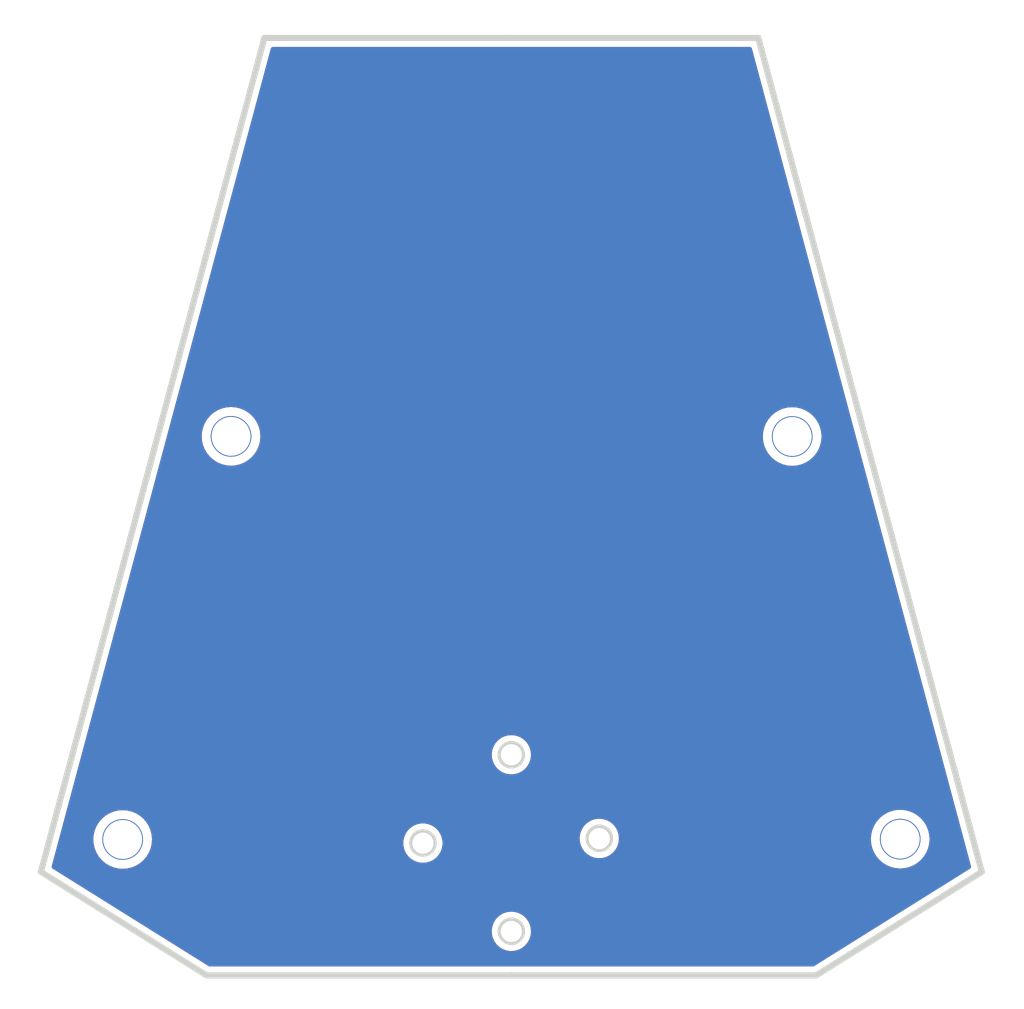
<source format=kicad_pcb>
(kicad_pcb (version 20211014) (generator pcbnew)
  (layers (0 "F.Cu" signal) (31 "B.Cu" signal) (34 "B.Paste" user) (35 "F.Paste" user) (36 "B.SilkS" user "B.Silkscreen") (37 "F.SilkS" user "F.Silkscreen") (38 "B.Mask" user) (39 "F.Mask" user) (44 "Edge.Cuts" user))
  (net 0 "")
  (net 1 "GND")
  (footprint "nowt_parts:led_hole_1.2mm" (layer "F.Cu") (at 42.7 56.22)
    (fp_text reference "Ref**" hide)
    (fp_text value "Val**" hide)
    (pad "" np_thru_hole circle (at 0 0) (size 1.2 1.2) (drill 1.2) (layers F&B.Cu *.Mask))
  )
  (footprint "nowt_parts:MountingHole_2.2mm_M2_Pad_mods" (layer "F.Cu") (at 58.61 38.19)
    (fp_text reference "REF**" hide)
    (fp_text value "pad")
    (pad "1" thru_hole circle (at 0 0) (size 2.3 2.3) (drill 2.2) (layers *.Cu *.Mask))
  )
  (footprint "nowt_parts:led_hole_1.2mm" (layer "F.Cu") (at 37.69 61.23)
    (fp_text reference "Ref**" hide)
    (fp_text value "Val**" hide)
    (pad "" np_thru_hole circle (at 0 0) (size 1.2 1.2) (drill 1.2) (layers F&B.Cu *.Mask))
  )
  (footprint "nowt_parts:led_hole_1.2mm" (layer "F.Cu") (at 42.7 66.23)
    (fp_text reference "Ref**" hide)
    (fp_text value "Val**" hide)
    (pad "" np_thru_hole circle (at 0 0) (size 1.2 1.2) (drill 1.2) (layers F&B.Cu *.Mask))
  )
  (footprint "nowt_parts:MountingHole_2.2mm_M2_Pad_mods" (layer "F.Cu") (at 26.82 38.18)
    (fp_text reference "REF**" hide)
    (fp_text value "pad")
    (pad "1" thru_hole circle (at 0 0) (size 2.3 2.3) (drill 2.2) (layers *.Cu *.Mask))
  )
  (footprint "nowt_parts:MountingHole_2.2mm_M2_Pad_mods" (layer "F.Cu") (at 20.68 61.02)
    (fp_text reference "REF**" hide)
    (fp_text value "pad")
    (pad "1" thru_hole circle (at 0 0) (size 2.3 2.3) (drill 2.2) (layers *.Cu *.Mask))
  )
  (footprint "nowt_parts:led_hole_1.2mm" (layer "F.Cu") (at 47.68 60.97)
    (fp_text reference "Ref**" hide)
    (fp_text value "Val**" hide)
    (pad "" np_thru_hole circle (at 0 0) (size 1.2 1.2) (drill 1.2) (layers F&B.Cu *.Mask))
  )
  (footprint "nowt_parts:MountingHole_2.2mm_M2_Pad_mods" (layer "F.Cu") (at 64.73 61)
    (fp_text reference "REF**" hide)
    (fp_text value "pad")
    (pad "1" thru_hole circle (at 0 0) (size 2.3 2.3) (drill 2.2) (layers *.Cu *.Mask))
  )
  (gr_line (start 47.833257 61.536414) (end 47.86173 61.528329) (layer "Edge.Cuts") (width 0.349999))
  (gr_line (start 47.083309 60.955305) (end 47.083309 60.955305) (layer "Edge.Cuts") (width 0.349999))
  (gr_line (start 42.172291 66.505146) (end 42.186739 66.530273) (layer "Edge.Cuts") (width 0.349999))
  (gr_line (start 43.124139 55.794906) (end 43.103302 55.775039) (layer "Edge.Cuts") (width 0.349999))
  (gr_line (start 42.118764 56.06922) (end 42.112064 56.098248) (layer "Edge.Cuts") (width 0.349999))
  (gr_line (start 37.227286 60.837507) (end 37.209474 60.860173) (layer "Edge.Cuts") (width 0.349999))
  (gr_line (start 42.638528 66.816053) (end 42.668999 66.81837) (layer "Edge.Cuts") (width 0.349999))
  (gr_line (start 38.001397 61.732294) (end 38.025741 61.716688) (layer "Edge.Cuts") (width 0.349999))
  (gr_line (start 38.187805 60.883697) (end 38.171077 60.860173) (layer "Edge.Cuts") (width 0.349999))
  (gr_line (start 48.246902 60.749007) (end 48.236159 60.72176) (layer "Edge.Cuts") (width 0.349999))
  (gr_line (start 42.147026 56.452713) (end 42.159041 56.479291) (layer "Edge.Cuts") (width 0.349999))
  (gr_line (start 48.018774 61.452833) (end 48.042298 61.436105) (layer "Edge.Cuts") (width 0.349999))
  (gr_line (start 38.263301 61.04074) (end 38.253868 61.012862) (layer "Edge.Cuts") (width 0.349999))
  (gr_line (start 47.533359 61.536414) (end 47.562387 61.543114) (layer "Edge.Cuts") (width 0.349999))
  (gr_line (start 43.287685 66.098233) (end 43.280986 66.069205) (layer "Edge.Cuts") (width 0.349999))
  (gr_line (start 43.296778 66.280499) (end 43.299095 66.250028) (layer "Edge.Cuts") (width 0.349999))
  (gr_line (start 43.299875 66.219153) (end 43.299875 66.219153) (layer "Edge.Cuts") (width 0.349999))
  (gr_line (start 47.916855 60.402458) (end 47.889608 60.391715) (layer "Edge.Cuts") (width 0.349999))
  (gr_line (start 43.296778 56.157822) (end 43.292962 56.127795) (layer "Edge.Cuts") (width 0.349999))
  (gr_line (start 42.849824 55.638059) (end 42.820796 55.631359) (layer "Edge.Cuts") (width 0.349999))
  (gr_line (start 43.263467 56.425467) (end 43.272901 56.397588) (layer "Edge.Cuts") (width 0.349999))
  (gr_line (start 42.730751 55.61995) (end 42.699875 55.619169) (layer "Edge.Cuts") (width 0.349999))
  (gr_line (start 47.86173 61.528329) (end 47.889608 61.518896) (layer "Edge.Cuts") (width 0.349999))
  (gr_line (start 42.668999 66.81837) (end 42.699875 66.819151) (layer "Edge.Cuts") (width 0.349999))
  (gr_line (start 43.213011 55.908048) (end 43.197405 55.883704) (layer "Edge.Cuts") (width 0.349999))
  (gr_line (start 37.456729 60.666313) (end 37.430151 60.678329) (layer "Edge.Cuts") (width 0.349999))
  (gr_line (start 38.243125 60.985615) (end 38.231109 60.959037) (layer "Edge.Cuts") (width 0.349999))
  (gr_line (start 47.155726 60.669312) (end 47.142476 60.695182) (layer "Edge.Cuts") (width 0.349999))
  (gr_line (start 48.282529 60.986181) (end 48.28331 60.955305) (layer "Edge.Cuts") (width 0.349999))
  (gr_line (start 37.109165 61.369108) (end 37.11725 61.397581) (layer "Edge.Cuts") (width 0.349999))
  (gr_line (start 43.240709 56.479291) (end 43.252724 56.452713) (layer "Edge.Cuts") (width 0.349999))
  (gr_line (start 42.100655 66.250028) (end 42.102972 66.280499) (layer "Edge.Cuts") (width 0.349999))
  (gr_line (start 48.12744 61.35873) (end 48.146298 61.336959) (layer "Edge.Cuts") (width 0.349999))
  (gr_line (start 42.118764 66.369101) (end 42.126849 66.397573) (layer "Edge.Cuts") (width 0.349999))
  (gr_line (start 37.286849 61.663289) (end 37.30862 61.682147) (layer "Edge.Cuts") (width 0.349999))
  (gr_line (start 37.40428 60.691579) (end 37.379154 60.706026) (layer "Edge.Cuts") (width 0.349999))
  (gr_line (start 47.324319 61.436105) (end 47.347843 61.452833) (layer "Edge.Cuts") (width 0.349999))
  (gr_line (start 43.292962 66.310526) (end 43.296778 66.280499) (layer "Edge.Cuts") (width 0.349999))
  (gr_line (start 37.976271 60.691579) (end 37.9504 60.678329) (layer "Edge.Cuts") (width 0.349999))
  (gr_line (start 47.504887 61.528329) (end 47.533359 61.536414) (layer "Edge.Cuts") (width 0.349999))
  (gr_line (start 42.100655 66.188277) (end 42.099875 66.219153) (layer "Edge.Cuts") (width 0.349999))
  (gr_line (start 43.124139 56.64343) (end 43.144006 56.622592) (layer "Edge.Cuts") (width 0.349999))
  (gr_line (start 42.106788 56.127795) (end 42.102972 56.157822) (layer "Edge.Cuts") (width 0.349999))
  (gr_line (start 38.283362 61.310534) (end 38.287178 61.280506) (layer "Edge.Cuts") (width 0.349999))
  (gr_line (start 37.227286 61.600814) (end 37.246145 61.622585) (layer "Edge.Cuts") (width 0.349999))
  (gr_line (start 43.081531 56.682155) (end 43.103302 56.663297) (layer "Edge.Cuts") (width 0.349999))
  (gr_line (start 43.263467 66.425451) (end 43.272901 66.397573) (layer "Edge.Cuts") (width 0.349999))
  (gr_line (start 37.840225 61.800269) (end 37.868697 61.792184) (layer "Edge.Cuts") (width 0.349999))
  (gr_line (start 43.292962 56.127795) (end 43.287685 56.098248) (layer "Edge.Cuts") (width 0.349999))
  (gr_line (start 43.058865 56.699967) (end 43.081531 56.682155) (layer "Edge.Cuts") (width 0.349999))
  (gr_line (start 42.43975 56.76) (end 42.466328 56.772015) (layer "Edge.Cuts") (width 0.349999))
  (gr_line (start 43.299095 66.188277) (end 43.296778 66.157807) (layer "Edge.Cuts") (width 0.349999))
  (gr_line (start 37.246145 60.815736) (end 37.227286 60.837507) (layer "Edge.Cuts") (width 0.349999))
  (gr_line (start 47.347843 61.452833) (end 47.372187 61.468439) (layer "Edge.Cuts") (width 0.349999))
  (gr_line (start 42.466328 56.772015) (end 42.493575 56.782758) (layer "Edge.Cuts") (width 0.349999))
  (gr_line (start 42.236885 66.600806) (end 42.255744 66.622577) (layer "Edge.Cuts") (width 0.349999))
  (gr_line (start 42.126849 56.040748) (end 42.118764 56.06922) (layer "Edge.Cuts") (width 0.349999))
  (gr_line (start 43.240709 65.95903) (end 43.227459 65.933159) (layer "Edge.Cuts") (width 0.349999))
  (gr_line (start 42.102972 56.280514) (end 42.106788 56.310541) (layer "Edge.Cuts") (width 0.349999))
  (gr_line (start 42.638528 65.622252) (end 42.608501 65.626068) (layer "Edge.Cuts") (width 0.349999))
  (gr_line (start 47.239178 61.35873) (end 47.259045 61.379567) (layer "Edge.Cuts") (width 0.349999))
  (gr_line (start 42.275611 66.643415) (end 42.296448 66.663282) (layer "Edge.Cuts") (width 0.349999))
  (gr_line (start 42.608501 66.812238) (end 42.638528 66.816053) (layer "Edge.Cuts") (width 0.349999))
  (gr_line (start 47.090223 61.046679) (end 47.095499 61.076225) (layer "Edge.Cuts") (width 0.349999))
  (gr_line (start 47.477008 61.518896) (end 47.504887 61.528329) (layer "Edge.Cuts") (width 0.349999))
  (gr_line (start 47.119717 60.749007) (end 47.110284 60.776885) (layer "Edge.Cuts") (width 0.349999))
  (gr_line (start 42.099875 66.219153) (end 42.099875 66.219153) (layer "Edge.Cuts") (width 0.349999))
  (gr_line (start 42.364409 65.721625) (end 42.340885 65.738353) (layer "Edge.Cuts") (width 0.349999))
  (gr_line (start 42.413879 65.691571) (end 42.388753 65.706019) (layer "Edge.Cuts") (width 0.349999))
  (gr_line (start 47.916855 61.508153) (end 47.943433 61.496137) (layer "Edge.Cuts") (width 0.349999))
  (gr_line (start 37.35481 61.716688) (end 37.379154 61.732294) (layer "Edge.Cuts") (width 0.349999))
  (gr_line (start 47.652432 60.356088) (end 47.621961 60.358405) (layer "Edge.Cuts") (width 0.349999))
  (gr_line (start 42.985871 55.691587) (end 42.96 55.678336) (layer "Edge.Cuts") (width 0.349999))
  (gr_line (start 42.112064 56.340088) (end 42.118764 56.369116) (layer "Edge.Cuts") (width 0.349999))
  (gr_line (start 37.40428 61.746742) (end 37.430151 61.759992) (layer "Edge.Cuts") (width 0.349999))
  (gr_line (start 37.126683 61.425459) (end 37.137426 61.452706) (layer "Edge.Cuts") (width 0.349999))
  (gr_line (start 42.668999 65.619935) (end 42.638528 65.622252) (layer "Edge.Cuts") (width 0.349999))
  (gr_line (start 42.521453 56.792191) (end 42.549925 56.800277) (layer "Edge.Cuts") (width 0.349999))
  (gr_line (start 38.11454 60.794898) (end 38.093702 60.775031) (layer "Edge.Cuts") (width 0.349999))
  (gr_line (start 42.549925 66.800261) (end 42.578954 66.806961) (layer "Edge.Cuts") (width 0.349999))
  (gr_line (start 43.263467 56.012869) (end 43.252724 55.985622) (layer "Edge.Cuts") (width 0.349999))
  (gr_line (start 42.761222 55.622267) (end 42.730751 55.61995) (layer "Edge.Cuts") (width 0.349999))
  (gr_line (start 38.243125 61.452706) (end 38.253868 61.425459) (layer "Edge.Cuts") (width 0.349999))
  (gr_line (start 48.180839 61.290769) (end 48.196445 61.266425) (layer "Edge.Cuts") (width 0.349999))
  (gr_line (start 37.690275 60.619162) (end 37.690275 60.619162) (layer "Edge.Cuts") (width 0.349999))
  (gr_line (start 42.275611 55.794906) (end 42.255744 55.815743) (layer "Edge.Cuts") (width 0.349999))
  (gr_line (start 48.210893 60.669312) (end 48.196445 60.644185) (layer "Edge.Cuts") (width 0.349999))
  (gr_line (start 47.347843 60.457778) (end 47.324319 60.474506) (layer "Edge.Cuts") (width 0.349999))
  (gr_line (start 42.159041 66.479276) (end 42.172291 66.505146) (layer "Edge.Cuts") (width 0.349999))
  (gr_line (start 47.086407 60.893959) (end 47.08409 60.92443) (layer "Edge.Cuts") (width 0.349999))
  (gr_line (start 42.878297 56.792191) (end 42.906175 56.782758) (layer "Edge.Cuts") (width 0.349999))
  (gr_line (start 43.180677 55.86018) (end 43.162864 55.837514) (layer "Edge.Cuts") (width 0.349999))
  (gr_line (start 42.136282 56.012869) (end 42.126849 56.040748) (layer "Edge.Cuts") (width 0.349999))
  (gr_line (start 42.364409 55.72164) (end 42.340885 55.738369) (layer "Edge.Cuts") (width 0.349999))
  (gr_line (start 42.878297 65.646129) (end 42.849824 65.638044) (layer "Edge.Cuts") (width 0.349999))
  (gr_line (start 42.202345 65.883689) (end 42.186739 65.908033) (layer "Edge.Cuts") (width 0.349999))
  (gr_line (start 43.272901 56.397588) (end 43.280986 56.369116) (layer "Edge.Cuts") (width 0.349999))
  (gr_line (start 38.271386 61.069212) (end 38.263301 61.04074) (layer "Edge.Cuts") (width 0.349999))
  (gr_line (start 37.628929 61.816061) (end 37.659399 61.818378) (layer "Edge.Cuts") (width 0.349999))
  (gr_line (start 42.106788 56.310541) (end 42.112064 56.340088) (layer "Edge.Cuts") (width 0.349999))
  (gr_line (start 43.144006 65.815728) (end 43.124139 65.794891) (layer "Edge.Cuts") (width 0.349999))
  (gr_line (start 42.147026 66.452698) (end 42.159041 66.479276) (layer "Edge.Cuts") (width 0.349999))
  (gr_line (start 42.236885 56.600822) (end 42.255744 56.622592) (layer "Edge.Cuts") (width 0.349999))
  (gr_line (start 37.540326 60.638052) (end 37.511854 60.646137) (layer "Edge.Cuts") (width 0.349999))
  (gr_line (start 48.180839 60.619842) (end 48.164111 60.596318) (layer "Edge.Cuts") (width 0.349999))
  (gr_line (start 42.106788 66.310526) (end 42.112064 66.340073) (layer "Edge.Cuts") (width 0.349999))
  (gr_line (start 42.761222 65.622252) (end 42.730751 65.619935) (layer "Edge.Cuts") (width 0.349999))
  (gr_line (start 42.102972 56.157822) (end 42.100655 56.188292) (layer "Edge.Cuts") (width 0.349999))
  (gr_line (start 37.102465 61.34008) (end 37.109165 61.369108) (layer "Edge.Cuts") (width 0.349999))
  (gr_line (start 42.186739 65.908033) (end 42.172291 65.933159) (layer "Edge.Cuts") (width 0.349999))
  (gr_line (start 37.659399 60.619943) (end 37.628929 60.62226) (layer "Edge.Cuts") (width 0.349999))
  (gr_line (start 38.153265 61.600814) (end 38.171077 61.578148) (layer "Edge.Cuts") (width 0.349999))
  (gr_line (start 48.27112 61.076225) (end 48.276397 61.046679) (layer "Edge.Cuts") (width 0.349999))
  (gr_line (start 43.058865 55.738369) (end 43.035341 55.72164) (layer "Edge.Cuts") (width 0.349999))
  (gr_line (start 43.035341 66.71668) (end 43.058865 66.699952) (layer "Edge.Cuts") (width 0.349999))
  (gr_line (start 42.699875 68.71916) (end 59.967358 68.71916) (layer "Edge.Cuts") (width 0.349999))
  (gr_line (start 42.340885 55.738369) (end 42.318219 55.756181) (layer "Edge.Cuts") (width 0.349999))
  (gr_line (start 38.289495 61.188285) (end 38.287178 61.157814) (layer "Edge.Cuts") (width 0.349999))
  (gr_line (start 42.730751 56.818386) (end 42.761222 56.816069) (layer "Edge.Cuts") (width 0.349999))
  (gr_line (start 25.432392 68.71916) (end 25.432392 68.71916) (layer "Edge.Cuts") (width 0.349999))
  (gr_line (start 42.849824 56.800277) (end 42.878297 56.792191) (layer "Edge.Cuts") (width 0.349999))
  (gr_line (start 43.162864 55.837514) (end 43.144006 55.815743) (layer "Edge.Cuts") (width 0.349999))
  (gr_line (start 47.142476 61.215428) (end 47.155726 61.241299) (layer "Edge.Cuts") (width 0.349999))
  (gr_line (start 48.236159 61.188851) (end 48.246902 61.161604) (layer "Edge.Cuts") (width 0.349999))
  (gr_line (start 42.102972 66.280499) (end 42.106788 66.310526) (layer "Edge.Cuts") (width 0.349999))
  (gr_line (start 47.142476 60.695182) (end 47.13046 60.72176) (layer "Edge.Cuts") (width 0.349999))
  (gr_line (start 42.147026 65.985607) (end 42.136282 66.012854) (layer "Edge.Cuts") (width 0.349999))
  (gr_line (start 47.086407 61.016651) (end 47.090223 61.046679) (layer "Edge.Cuts") (width 0.349999))
  (gr_line (start 37.266012 60.794898) (end 37.246145 60.815736) (layer "Edge.Cuts") (width 0.349999))
  (gr_line (start 47.804229 60.367497) (end 47.774682 60.36222) (layer "Edge.Cuts") (width 0.349999))
  (gr_line (start 37.840225 60.638052) (end 37.811196 60.631352) (layer "Edge.Cuts") (width 0.349999))
  (gr_line (start 42.521453 65.646129) (end 42.493575 65.655562) (layer "Edge.Cuts") (width 0.349999))
  (gr_line (start 37.430151 61.759992) (end 37.456729 61.772008) (layer "Edge.Cuts") (width 0.349999))
  (gr_line (start 42.96 55.678336) (end 42.933422 55.666321) (layer "Edge.Cuts") (width 0.349999))
  (gr_line (start 48.26442 60.805357) (end 48.256335 60.776885) (layer "Edge.Cuts") (width 0.349999))
  (gr_line (start 42.549925 56.800277) (end 42.578954 56.806976) (layer "Edge.Cuts") (width 0.349999))
  (gr_line (start 42.43975 65.678321) (end 42.413879 65.691571) (layer "Edge.Cuts") (width 0.349999))
  (gr_line (start 42.296448 66.663282) (end 42.318219 66.68214) (layer "Edge.Cuts") (width 0.349999))
  (gr_line (start 43.180677 66.57814) (end 43.197405 66.554616) (layer "Edge.Cuts") (width 0.349999))
  (gr_line (start 37.811196 61.806969) (end 37.840225 61.800269) (layer "Edge.Cuts") (width 0.349999))
  (gr_line (start 38.283362 61.127787) (end 38.278086 61.09824) (layer "Edge.Cuts") (width 0.349999))
  (gr_line (start 47.562387 60.367497) (end 47.533359 60.374197) (layer "Edge.Cuts") (width 0.349999))
  (gr_line (start 47.259045 61.379567) (end 47.279883 61.399434) (layer "Edge.Cuts") (width 0.349999))
  (gr_line (start 37.109165 61.069212) (end 37.102465 61.09824) (layer "Edge.Cuts") (width 0.349999))
  (gr_line (start 42.699875 55.619169) (end 42.699875 55.619169) (layer "Edge.Cuts") (width 0.349999))
  (gr_line (start 42.820796 66.806961) (end 42.849824 66.800261) (layer "Edge.Cuts") (width 0.349999))
  (gr_line (start 47.423184 60.414474) (end 47.397313 60.427724) (layer "Edge.Cuts") (width 0.349999))
  (gr_line (start 42.521453 55.646144) (end 42.493575 55.655577) (layer "Edge.Cuts") (width 0.349999))
  (gr_line (start 43.058865 66.699952) (end 43.081531 66.68214) (layer "Edge.Cuts") (width 0.349999))
  (gr_line (start 38.071931 60.756173) (end 38.049265 60.738361) (layer "Edge.Cuts") (width 0.349999))
  (gr_line (start 42.985871 66.746734) (end 43.010997 66.732287) (layer "Edge.Cuts") (width 0.349999))
  (gr_line (start 38.253868 61.425459) (end 38.263301 61.397581) (layer "Edge.Cuts") (width 0.349999))
  (gr_line (start 47.714184 61.554523) (end 47.744654 61.552206) (layer "Edge.Cuts") (width 0.349999))
  (gr_line (start 43.213011 56.530288) (end 43.227459 56.505162) (layer "Edge.Cuts") (width 0.349999))
  (gr_line (start 37.628929 60.62226) (end 37.598902 60.626075) (layer "Edge.Cuts") (width 0.349999))
  (gr_line (start 42.699875 15.610083) (end 42.699875 15.610083) (layer "Edge.Cuts") (width 0.349999))
  (gr_line (start 56.691738 15.610083) (end 56.691738 15.610083) (layer "Edge.Cuts") (width 0.349999))
  (gr_line (start 42.388753 55.706034) (end 42.364409 55.72164) (layer "Edge.Cuts") (width 0.349999))
  (gr_line (start 42.493575 65.655562) (end 42.466328 65.666305) (layer "Edge.Cuts") (width 0.349999))
  (gr_line (start 42.318219 65.756165) (end 42.296448 65.775024) (layer "Edge.Cuts") (width 0.349999))
  (gr_line (start 37.102465 61.09824) (end 37.097188 61.127787) (layer "Edge.Cuts") (width 0.349999))
  (gr_line (start 42.236885 65.837499) (end 42.219073 65.860165) (layer "Edge.Cuts") (width 0.349999))
  (gr_line (start 42.699875 15.610083) (end 28.708011 15.610083) (layer "Edge.Cuts") (width 0.349999))
  (gr_line (start 37.868697 61.792184) (end 37.896576 61.782751) (layer "Edge.Cuts") (width 0.349999))
  (gr_line (start 48.042298 61.436105) (end 48.064965 61.418292) (layer "Edge.Cuts") (width 0.349999))
  (gr_line (start 37.11725 61.04074) (end 37.109165 61.069212) (layer "Edge.Cuts") (width 0.349999))
  (gr_line (start 42.578954 65.631344) (end 42.549925 65.638044) (layer "Edge.Cuts") (width 0.349999))
  (gr_line (start 47.943433 60.414474) (end 47.916855 60.402458) (layer "Edge.Cuts") (width 0.349999))
  (gr_line (start 47.744654 61.552206) (end 47.774682 61.54839) (layer "Edge.Cuts") (width 0.349999))
  (gr_line (start 43.010997 65.706019) (end 42.985871 65.691571) (layer "Edge.Cuts") (width 0.349999))
  (gr_line (start 42.159041 56.479291) (end 42.172291 56.505162) (layer "Edge.Cuts") (width 0.349999))
  (gr_line (start 42.099875 56.219168) (end 42.099875 56.219168) (layer "Edge.Cuts") (width 0.349999))
  (gr_line (start 42.112064 66.340073) (end 42.118764 66.369101) (layer "Edge.Cuts") (width 0.349999))
  (gr_line (start 42.820796 65.631344) (end 42.791249 65.626068) (layer "Edge.Cuts") (width 0.349999))
  (gr_line (start 43.103302 65.775024) (end 43.081531 65.756165) (layer "Edge.Cuts") (width 0.349999))
  (gr_line (start 37.751622 60.62226) (end 37.721151 60.619943) (layer "Edge.Cuts") (width 0.349999))
  (gr_line (start 43.299875 56.219168) (end 43.299875 56.219168) (layer "Edge.Cuts") (width 0.349999))
  (gr_line (start 47.119717 61.161604) (end 47.13046 61.188851) (layer "Edge.Cuts") (width 0.349999))
  (gr_line (start 47.170173 61.266425) (end 47.18578 61.290769) (layer "Edge.Cuts") (width 0.349999))
  (gr_line (start 42.878297 55.646144) (end 42.849824 55.638059) (layer "Edge.Cuts") (width 0.349999))
  (gr_line (start 42.608501 55.626083) (end 42.578954 55.631359) (layer "Edge.Cuts") (width 0.349999))
  (gr_line (start 43.280986 56.369116) (end 43.287685 56.340088) (layer "Edge.Cuts") (width 0.349999))
  (gr_line (start 42.906175 66.782743) (end 42.933422 66.772) (layer "Edge.Cuts") (width 0.349999))
  (gr_line (start 47.744654 60.358405) (end 47.714184 60.356088) (layer "Edge.Cuts") (width 0.349999))
  (gr_line (start 43.162864 56.600822) (end 43.180677 56.578155) (layer "Edge.Cuts") (width 0.349999))
  (gr_line (start 43.272901 66.397573) (end 43.280986 66.369101) (layer "Edge.Cuts") (width 0.349999))
  (gr_line (start 42.186739 66.530273) (end 42.202345 66.554616) (layer "Edge.Cuts") (width 0.349999))
  (gr_line (start 42.147026 55.985622) (end 42.136282 56.012869) (layer "Edge.Cuts") (width 0.349999))
  (gr_line (start 42.906175 65.655562) (end 42.878297 65.646129) (layer "Edge.Cuts") (width 0.349999))
  (gr_line (start 47.99443 60.442171) (end 47.969304 60.427724) (layer "Edge.Cuts") (width 0.349999))
  (gr_line (start 56.691738 15.610083) (end 42.699875 15.610083) (layer "Edge.Cuts") (width 0.349999))
  (gr_line (start 43.058865 65.738353) (end 43.035341 65.721625) (layer "Edge.Cuts") (width 0.349999))
  (gr_line (start 48.064965 60.492318) (end 48.042298 60.474506) (layer "Edge.Cuts") (width 0.349999))
  (gr_line (start 48.164111 60.596318) (end 48.146298 60.573652) (layer "Edge.Cuts") (width 0.349999))
  (gr_line (start 47.969304 61.482887) (end 47.99443 61.468439) (layer "Edge.Cuts") (width 0.349999))
  (gr_line (start 43.103302 56.663297) (end 43.124139 56.64343) (layer "Edge.Cuts") (width 0.349999))
  (gr_line (start 42.413879 56.746749) (end 42.43975 56.76) (layer "Edge.Cuts") (width 0.349999))
  (gr_line (start 38.093702 60.775031) (end 38.071931 60.756173) (layer "Edge.Cuts") (width 0.349999))
  (gr_line (start 42.236885 55.837514) (end 42.219073 55.86018) (layer "Edge.Cuts") (width 0.349999))
  (gr_line (start 42.219073 55.86018) (end 42.202345 55.883704) (layer "Edge.Cuts") (width 0.349999))
  (gr_line (start 38.289495 61.250036) (end 38.290276 61.21916) (layer "Edge.Cuts") (width 0.349999))
  (gr_line (start 37.781649 60.626075) (end 37.751622 60.62226) (layer "Edge.Cuts") (width 0.349999))
  (gr_line (start 48.107573 60.531043) (end 48.086735 60.511176) (layer "Edge.Cuts") (width 0.349999))
  (gr_line (start 47.279883 61.399434) (end 47.301653 61.418292) (layer "Edge.Cuts") (width 0.349999))
  (gr_line (start 42.493575 66.782743) (end 42.521453 66.792176) (layer "Edge.Cuts") (width 0.349999))
  (gr_line (start 37.690275 61.819159) (end 37.721151 61.818378) (layer "Edge.Cuts") (width 0.349999))
  (gr_line (start 37.483976 61.782751) (end 37.511854 61.792184) (layer "Edge.Cuts") (width 0.349999))
  (gr_line (start 48.210893 61.241299) (end 48.224143 61.215428) (layer "Edge.Cuts") (width 0.349999))
  (gr_line (start 42.172291 56.505162) (end 42.186739 56.530288) (layer "Edge.Cuts") (width 0.349999))
  (gr_line (start 47.095499 60.834385) (end 47.090223 60.863932) (layer "Edge.Cuts") (width 0.349999))
  (gr_line (start 42.791249 56.812253) (end 42.820796 56.806976) (layer "Edge.Cuts") (width 0.349999))
  (gr_line (start 47.533359 60.374197) (end 47.504887 60.382282) (layer "Edge.Cuts") (width 0.349999))
  (gr_line (start 42.126849 66.397573) (end 42.136282 66.425451) (layer "Edge.Cuts") (width 0.349999))
  (gr_line (start 42.172291 65.933159) (end 42.159041 65.95903) (layer "Edge.Cuts") (width 0.349999))
  (gr_line (start 25.432392 68.71916) (end 42.699875 68.71916) (layer "Edge.Cuts") (width 0.349999))
  (gr_line (start 43.197405 66.554616) (end 43.213011 66.530273) (layer "Edge.Cuts") (width 0.349999))
  (gr_line (start 42.791249 66.812238) (end 42.820796 66.806961) (layer "Edge.Cuts") (width 0.349999))
  (gr_line (start 48.27112 60.834385) (end 48.26442 60.805357) (layer "Edge.Cuts") (width 0.349999))
  (gr_line (start 37.456729 61.772008) (end 37.483976 61.782751) (layer "Edge.Cuts") (width 0.349999))
  (gr_line (start 43.124139 66.643415) (end 43.144006 66.622577) (layer "Edge.Cuts") (width 0.349999))
  (gr_line (start 47.18578 61.290769) (end 47.202508 61.314293) (layer "Edge.Cuts") (width 0.349999))
  (gr_line (start 37.9504 61.759992) (end 37.976271 61.746742) (layer "Edge.Cuts") (width 0.349999))
  (gr_line (start 43.296778 66.157807) (end 43.292962 66.127779) (layer "Edge.Cuts") (width 0.349999))
  (gr_line (start 47.083309 60.955305) (end 47.08409 60.986181) (layer "Edge.Cuts") (width 0.349999))
  (gr_line (start 42.099875 66.219153) (end 42.100655 66.250028) (layer "Edge.Cuts") (width 0.349999))
  (gr_line (start 37.430151 60.678329) (end 37.40428 60.691579) (layer "Edge.Cuts") (width 0.349999))
  (gr_line (start 47.397313 61.482887) (end 47.423184 61.496137) (layer "Edge.Cuts") (width 0.349999))
  (gr_line (start 48.164111 61.314293) (end 48.180839 61.290769) (layer "Edge.Cuts") (width 0.349999))
  (gr_line (start 43.299875 56.219168) (end 43.299875 56.219168) (layer "Edge.Cuts") (width 0.349999))
  (gr_line (start 42.318219 66.68214) (end 42.340885 66.699952) (layer "Edge.Cuts") (width 0.349999))
  (gr_line (start 38.134407 61.622585) (end 38.153265 61.600814) (layer "Edge.Cuts") (width 0.349999))
  (gr_line (start 48.236159 60.72176) (end 48.224143 60.695182) (layer "Edge.Cuts") (width 0.349999))
  (gr_line (start 48.086735 60.511176) (end 48.064965 60.492318) (layer "Edge.Cuts") (width 0.349999))
  (gr_line (start 42.126849 56.397588) (end 42.136282 56.425467) (layer "Edge.Cuts") (width 0.349999))
  (gr_line (start 42.186739 55.908048) (end 42.172291 55.933174) (layer "Edge.Cuts") (width 0.349999))
  (gr_line (start 48.26442 61.105253) (end 48.27112 61.076225) (layer "Edge.Cuts") (width 0.349999))
  (gr_line (start 37.093373 61.157814) (end 37.091056 61.188285) (layer "Edge.Cuts") (width 0.349999))
  (gr_line (start 42.761222 66.816053) (end 42.791249 66.812238) (layer "Edge.Cuts") (width 0.349999))
  (gr_line (start 43.010997 55.706034) (end 42.985871 55.691587) (layer "Edge.Cuts") (width 0.349999))
  (gr_line (start 47.08409 60.92443) (end 47.083309 60.955305) (layer "Edge.Cuts") (width 0.349999))
  (gr_line (start 37.162692 61.505154) (end 37.177139 61.53028) (layer "Edge.Cuts") (width 0.349999))
  (gr_line (start 38.278086 61.34008) (end 38.283362 61.310534) (layer "Edge.Cuts") (width 0.349999))
  (gr_line (start 37.177139 61.53028) (end 37.192746 61.554624) (layer "Edge.Cuts") (width 0.349999))
  (gr_line (start 43.299095 66.250028) (end 43.299875 66.219153) (layer "Edge.Cuts") (width 0.349999))
  (gr_line (start 37.090275 61.21916) (end 37.090275 61.21916) (layer "Edge.Cuts") (width 0.349999))
  (gr_line (start 38.203412 60.90804) (end 38.187805 60.883697) (layer "Edge.Cuts") (width 0.349999))
  (gr_line (start 42.608501 56.812253) (end 42.638528 56.816069) (layer "Edge.Cuts") (width 0.349999))
  (gr_line (start 47.08409 60.986181) (end 47.086407 61.016651) (layer "Edge.Cuts") (width 0.349999))
  (gr_line (start 47.449761 60.402458) (end 47.423184 60.414474) (layer "Edge.Cuts") (width 0.349999))
  (gr_line (start 38.217859 61.505154) (end 38.231109 61.479283) (layer "Edge.Cuts") (width 0.349999))
  (gr_line (start 42.172291 55.933174) (end 42.159041 55.959045) (layer "Edge.Cuts") (width 0.349999))
  (gr_line (start 42.699875 55.619169) (end 42.668999 55.61995) (layer "Edge.Cuts") (width 0.349999))
  (gr_line (start 48.146298 60.573652) (end 48.12744 60.551881) (layer "Edge.Cuts") (width 0.349999))
  (gr_line (start 43.035341 56.716695) (end 43.058865 56.699967) (layer "Edge.Cuts") (width 0.349999))
  (gr_line (start 42.699875 56.819166) (end 42.699875 56.819166) (layer "Edge.Cuts") (width 0.349999))
  (gr_line (start 42.219073 65.860165) (end 42.202345 65.883689) (layer "Edge.Cuts") (width 0.349999))
  (gr_line (start 37.9504 60.678329) (end 37.923823 60.666313) (layer "Edge.Cuts") (width 0.349999))
  (gr_line (start 43.197405 55.883704) (end 43.180677 55.86018) (layer "Edge.Cuts") (width 0.349999))
  (gr_line (start 42.906175 55.655577) (end 42.878297 55.646144) (layer "Edge.Cuts") (width 0.349999))
  (gr_line (start 42.364409 66.71668) (end 42.388753 66.732287) (layer "Edge.Cuts") (width 0.349999))
  (gr_line (start 37.149442 60.959037) (end 37.137426 60.985615) (layer "Edge.Cuts") (width 0.349999))
  (gr_line (start 43.296778 56.280514) (end 43.299095 56.250044) (layer "Edge.Cuts") (width 0.349999))
  (gr_line (start 42.878297 66.792176) (end 42.906175 66.782743) (layer "Edge.Cuts") (width 0.349999))
  (gr_line (start 47.683308 61.555304) (end 47.683308 61.555304) (layer "Edge.Cuts") (width 0.349999))
  (gr_line (start 42.202345 56.554632) (end 42.219073 56.578155) (layer "Edge.Cuts") (width 0.349999))
  (gr_line (start 37.11725 61.397581) (end 37.126683 61.425459) (layer "Edge.Cuts") (width 0.349999))
  (gr_line (start 42.388753 56.732302) (end 42.413879 56.746749) (layer "Edge.Cuts") (width 0.349999))
  (gr_line (start 42.255744 66.622577) (end 42.275611 66.643415) (layer "Edge.Cuts") (width 0.349999))
  (gr_line (start 48.256335 61.133726) (end 48.26442 61.105253) (layer "Edge.Cuts") (width 0.349999))
  (gr_line (start 42.106788 66.127779) (end 42.102972 66.157807) (layer "Edge.Cuts") (width 0.349999))
  (gr_line (start 42.318219 55.756181) (end 42.296448 55.775039) (layer "Edge.Cuts") (width 0.349999))
  (gr_line (start 42.96 56.76) (end 42.985871 56.746749) (layer "Edge.Cuts") (width 0.349999))
  (gr_line (start 43.272901 66.040732) (end 43.263467 66.012854) (layer "Edge.Cuts") (width 0.349999))
  (gr_line (start 37.540326 61.800269) (end 37.569355 61.806969) (layer "Edge.Cuts") (width 0.349999))
  (gr_line (start 37.721151 60.619943) (end 37.690275 60.619162) (layer "Edge.Cuts") (width 0.349999))
  (gr_line (start 48.224143 61.215428) (end 48.236159 61.188851) (layer "Edge.Cuts") (width 0.349999))
  (gr_line (start 42.791249 65.626068) (end 42.761222 65.622252) (layer "Edge.Cuts") (width 0.349999))
  (gr_line (start 43.144006 56.622592) (end 43.162864 56.600822) (layer "Edge.Cuts") (width 0.349999))
  (gr_line (start 43.081531 55.756181) (end 43.058865 55.738369) (layer "Edge.Cuts") (width 0.349999))
  (gr_line (start 48.018774 60.457778) (end 47.99443 60.442171) (layer "Edge.Cuts") (width 0.349999))
  (gr_line (start 42.638528 56.816069) (end 42.668999 56.818386) (layer "Edge.Cuts") (width 0.349999))
  (gr_line (start 47.22032 60.573652) (end 47.202508 60.596318) (layer "Edge.Cuts") (width 0.349999))
  (gr_line (start 37.093373 61.280506) (end 37.097188 61.310534) (layer "Edge.Cuts") (width 0.349999))
  (gr_line (start 42.466328 65.666305) (end 42.43975 65.678321) (layer "Edge.Cuts") (width 0.349999))
  (gr_line (start 37.192746 61.554624) (end 37.209474 61.578148) (layer "Edge.Cuts") (width 0.349999))
  (gr_line (start 42.699875 56.819166) (end 42.730751 56.818386) (layer "Edge.Cuts") (width 0.349999))
  (gr_line (start 47.279883 60.511176) (end 47.259045 60.531043) (layer "Edge.Cuts") (width 0.349999))
  (gr_line (start 42.100655 56.250044) (end 42.102972 56.280514) (layer "Edge.Cuts") (width 0.349999))
  (gr_line (start 42.219073 56.578155) (end 42.236885 56.600822) (layer "Edge.Cuts") (width 0.349999))
  (gr_line (start 47.833257 60.374197) (end 47.804229 60.367497) (layer "Edge.Cuts") (width 0.349999))
  (gr_line (start 37.331286 60.738361) (end 37.30862 60.756173) (layer "Edge.Cuts") (width 0.349999))
  (gr_line (start 47.324319 60.474506) (end 47.301653 60.492318) (layer "Edge.Cuts") (width 0.349999))
  (gr_line (start 37.483976 60.65557) (end 37.456729 60.666313) (layer "Edge.Cuts") (width 0.349999))
  (gr_line (start 42.255744 56.622592) (end 42.275611 56.64343) (layer "Edge.Cuts") (width 0.349999))
  (gr_line (start 43.035341 55.72164) (end 43.010997 55.706034) (layer "Edge.Cuts") (width 0.349999))
  (gr_line (start 43.197405 65.883689) (end 43.180677 65.860165) (layer "Edge.Cuts") (width 0.349999))
  (gr_line (start 43.180677 56.578155) (end 43.197405 56.554632) (layer "Edge.Cuts") (width 0.349999))
  (gr_line (start 48.28331 60.955305) (end 48.282529 60.92443) (layer "Edge.Cuts") (width 0.349999))
  (gr_line (start 38.071931 61.682147) (end 38.093702 61.663289) (layer "Edge.Cuts") (width 0.349999))
  (gr_line (start 43.252724 65.985607) (end 43.240709 65.95903) (layer "Edge.Cuts") (width 0.349999))
  (gr_line (start 48.282529 60.92443) (end 48.280212 60.893959) (layer "Edge.Cuts") (width 0.349999))
  (gr_line (start 43.162864 65.837499) (end 43.144006 65.815728) (layer "Edge.Cuts") (width 0.349999))
  (gr_line (start 37.162692 60.933167) (end 37.149442 60.959037) (layer "Edge.Cuts") (width 0.349999))
  (gr_line (start 42.100655 56.188292) (end 42.099875 56.219168) (layer "Edge.Cuts") (width 0.349999))
  (gr_line (start 38.025741 61.716688) (end 38.049265 61.69996) (layer "Edge.Cuts") (width 0.349999))
  (gr_line (start 37.923823 60.666313) (end 37.896576 60.65557) (layer "Edge.Cuts") (width 0.349999))
  (gr_line (start 42.340885 65.738353) (end 42.318219 65.756165) (layer "Edge.Cuts") (width 0.349999))
  (gr_line (start 47.090223 60.863932) (end 47.086407 60.893959) (layer "Edge.Cuts") (width 0.349999))
  (gr_line (start 42.388753 65.706019) (end 42.364409 65.721625) (layer "Edge.Cuts") (width 0.349999))
  (gr_line (start 42.413879 55.691587) (end 42.388753 55.706034) (layer "Edge.Cuts") (width 0.349999))
  (gr_line (start 38.203412 61.53028) (end 38.217859 61.505154) (layer "Edge.Cuts") (width 0.349999))
  (gr_line (start 38.290276 61.21916) (end 38.290276 61.21916) (layer "Edge.Cuts") (width 0.349999))
  (gr_line (start 42.985871 56.746749) (end 43.010997 56.732302) (layer "Edge.Cuts") (width 0.349999))
  (gr_line (start 42.730751 65.619935) (end 42.699875 65.619154) (layer "Edge.Cuts") (width 0.349999))
  (gr_line (start 43.252724 56.452713) (end 43.263467 56.425467) (layer "Edge.Cuts") (width 0.349999))
  (gr_line (start 42.275611 65.794891) (end 42.255744 65.815728) (layer "Edge.Cuts") (width 0.349999))
  (gr_line (start 47.397313 60.427724) (end 47.372187 60.442171) (layer "Edge.Cuts") (width 0.349999))
  (gr_line (start 47.591934 61.54839) (end 47.621961 61.552206) (layer "Edge.Cuts") (width 0.349999))
  (gr_line (start 37.266012 61.643422) (end 37.286849 61.663289) (layer "Edge.Cuts") (width 0.349999))
  (gr_line (start 37.137426 60.985615) (end 37.126683 61.012862) (layer "Edge.Cuts") (width 0.349999))
  (gr_line (start 37.511854 61.792184) (end 37.540326 61.800269) (layer "Edge.Cuts") (width 0.349999))
  (gr_line (start 37.811196 60.631352) (end 37.781649 60.626075) (layer "Edge.Cuts") (width 0.349999))
  (gr_line (start 42.668999 55.61995) (end 42.638528 55.622267) (layer "Edge.Cuts") (width 0.349999))
  (gr_line (start 48.246902 61.161604) (end 48.256335 61.133726) (layer "Edge.Cuts") (width 0.349999))
  (gr_line (start 47.095499 61.076225) (end 47.102199 61.105253) (layer "Edge.Cuts") (width 0.349999))
  (gr_line (start 48.107573 61.379567) (end 48.12744 61.35873) (layer "Edge.Cuts") (width 0.349999))
  (gr_line (start 43.081531 66.68214) (end 43.103302 66.663282) (layer "Edge.Cuts") (width 0.349999))
  (gr_line (start 42.791249 55.626083) (end 42.761222 55.622267) (layer "Edge.Cuts") (width 0.349999))
  (gr_line (start 42.933422 66.772) (end 42.96 66.759984) (layer "Edge.Cuts") (width 0.349999))
  (gr_line (start 47.683308 61.555304) (end 47.714184 61.554523) (layer "Edge.Cuts") (width 0.349999))
  (gr_line (start 47.372187 60.442171) (end 47.347843 60.457778) (layer "Edge.Cuts") (width 0.349999))
  (gr_line (start 47.943433 61.496137) (end 47.969304 61.482887) (layer "Edge.Cuts") (width 0.349999))
  (gr_line (start 42.102972 66.157807) (end 42.100655 66.188277) (layer "Edge.Cuts") (width 0.349999))
  (gr_line (start 47.110284 61.133726) (end 47.119717 61.161604) (layer "Edge.Cuts") (width 0.349999))
  (gr_line (start 47.683308 60.355307) (end 47.683308 60.355307) (layer "Edge.Cuts") (width 0.349999))
  (gr_line (start 37.659399 61.818378) (end 37.690275 61.819159) (layer "Edge.Cuts") (width 0.349999))
  (gr_line (start 37.097188 61.127787) (end 37.093373 61.157814) (layer "Edge.Cuts") (width 0.349999))
  (gr_line (start 43.252724 55.985622) (end 43.240709 55.959045) (layer "Edge.Cuts") (width 0.349999))
  (gr_line (start 37.690275 60.619162) (end 37.659399 60.619943) (layer "Edge.Cuts") (width 0.349999))
  (gr_line (start 47.652432 61.554523) (end 47.683308 61.555304) (layer "Edge.Cuts") (width 0.349999))
  (gr_line (start 42.820796 56.806976) (end 42.849824 56.800277) (layer "Edge.Cuts") (width 0.349999))
  (gr_line (start 38.231109 61.479283) (end 38.243125 61.452706) (layer "Edge.Cuts") (width 0.349999))
  (gr_line (start 47.562387 61.543114) (end 47.591934 61.54839) (layer "Edge.Cuts") (width 0.349999))
  (gr_line (start 37.149442 61.479283) (end 37.162692 61.505154) (layer "Edge.Cuts") (width 0.349999))
  (gr_line (start 38.287178 61.157814) (end 38.283362 61.127787) (layer "Edge.Cuts") (width 0.349999))
  (gr_line (start 48.28331 60.955305) (end 48.28331 60.955305) (layer "Edge.Cuts") (width 0.349999))
  (gr_line (start 47.774682 60.36222) (end 47.744654 60.358405) (layer "Edge.Cuts") (width 0.349999))
  (gr_line (start 47.477008 60.391715) (end 47.449761 60.402458) (layer "Edge.Cuts") (width 0.349999))
  (gr_line (start 37.091056 61.188285) (end 37.090275 61.21916) (layer "Edge.Cuts") (width 0.349999))
  (gr_line (start 37.209474 61.578148) (end 37.227286 61.600814) (layer "Edge.Cuts") (width 0.349999))
  (gr_line (start 43.299875 66.219153) (end 43.299095 66.188277) (layer "Edge.Cuts") (width 0.349999))
  (gr_line (start 37.896576 61.782751) (end 37.923823 61.772008) (layer "Edge.Cuts") (width 0.349999))
  (gr_line (start 48.064965 61.418292) (end 48.086735 61.399434) (layer "Edge.Cuts") (width 0.349999))
  (gr_line (start 37.598902 60.626075) (end 37.569355 60.631352) (layer "Edge.Cuts") (width 0.349999))
  (gr_line (start 37.091056 61.250036) (end 37.093373 61.280506) (layer "Edge.Cuts") (width 0.349999))
  (gr_line (start 37.137426 61.452706) (end 37.149442 61.479283) (layer "Edge.Cuts") (width 0.349999))
  (gr_line (start 42.202345 55.883704) (end 42.186739 55.908048) (layer "Edge.Cuts") (width 0.349999))
  (gr_line (start 42.112064 56.098248) (end 42.106788 56.127795) (layer "Edge.Cuts") (width 0.349999))
  (gr_line (start 38.11454 61.643422) (end 38.134407 61.622585) (layer "Edge.Cuts") (width 0.349999))
  (gr_line (start 37.598902 61.812245) (end 37.628929 61.816061) (layer "Edge.Cuts") (width 0.349999))
  (gr_line (start 43.292962 56.310541) (end 43.296778 56.280514) (layer "Edge.Cuts") (width 0.349999))
  (gr_line (start 42.730751 66.81837) (end 42.761222 66.816053) (layer "Edge.Cuts") (width 0.349999))
  (gr_line (start 47.969304 60.427724) (end 47.943433 60.414474) (layer "Edge.Cuts") (width 0.349999))
  (gr_line (start 48.224143 60.695182) (end 48.210893 60.669312) (layer "Edge.Cuts") (width 0.349999))
  (gr_line (start 38.290276 61.21916) (end 38.289495 61.188285) (layer "Edge.Cuts") (width 0.349999))
  (gr_line (start 43.272901 56.040748) (end 43.263467 56.012869) (layer "Edge.Cuts") (width 0.349999))
  (gr_line (start 42.340885 66.699952) (end 42.364409 66.71668) (layer "Edge.Cuts") (width 0.349999))
  (gr_line (start 42.364409 56.716695) (end 42.388753 56.732302) (layer "Edge.Cuts") (width 0.349999))
  (gr_line (start 42.699875 66.819151) (end 42.699875 66.819151) (layer "Edge.Cuts") (width 0.349999))
  (gr_line (start 42.933422 55.666321) (end 42.906175 55.655577) (layer "Edge.Cuts") (width 0.349999))
  (gr_line (start 38.153265 60.837507) (end 38.134407 60.815736) (layer "Edge.Cuts") (width 0.349999))
  (gr_line (start 48.280212 60.893959) (end 48.276397 60.863932) (layer "Edge.Cuts") (width 0.349999))
  (gr_line (start 42.43975 55.678336) (end 42.413879 55.691587) (layer "Edge.Cuts") (width 0.349999))
  (gr_line (start 59.967358 68.71916) (end 69.35112 62.855536) (layer "Edge.Cuts") (width 0.349999))
  (gr_line (start 42.549925 55.638059) (end 42.521453 55.646144) (layer "Edge.Cuts") (width 0.349999))
  (gr_line (start 42.466328 55.666321) (end 42.43975 55.678336) (layer "Edge.Cuts") (width 0.349999))
  (gr_line (start 42.118764 56.369116) (end 42.126849 56.397588) (layer "Edge.Cuts") (width 0.349999))
  (gr_line (start 43.162864 66.600806) (end 43.180677 66.57814) (layer "Edge.Cuts") (width 0.349999))
  (gr_line (start 47.683308 60.355307) (end 47.652432 60.356088) (layer "Edge.Cuts") (width 0.349999))
  (gr_line (start 42.699875 66.819151) (end 42.730751 66.81837) (layer "Edge.Cuts") (width 0.349999))
  (gr_line (start 37.177139 60.90804) (end 37.162692 60.933167) (layer "Edge.Cuts") (width 0.349999))
  (gr_line (start 43.010997 66.732287) (end 43.035341 66.71668) (layer "Edge.Cuts") (width 0.349999))
  (gr_line (start 43.035341 65.721625) (end 43.010997 65.706019) (layer "Edge.Cuts") (width 0.349999))
  (gr_line (start 37.511854 60.646137) (end 37.483976 60.65557) (layer "Edge.Cuts") (width 0.349999))
  (gr_line (start 42.43975 66.759984) (end 42.466328 66.772) (layer "Edge.Cuts") (width 0.349999))
  (gr_line (start 47.99443 61.468439) (end 48.018774 61.452833) (layer "Edge.Cuts") (width 0.349999))
  (gr_line (start 47.239178 60.551881) (end 47.22032 60.573652) (layer "Edge.Cuts") (width 0.349999))
  (gr_line (start 42.159041 65.95903) (end 42.147026 65.985607) (layer "Edge.Cuts") (width 0.349999))
  (gr_line (start 47.13046 61.188851) (end 47.142476 61.215428) (layer "Edge.Cuts") (width 0.349999))
  (gr_line (start 37.923823 61.772008) (end 37.9504 61.759992) (layer "Edge.Cuts") (width 0.349999))
  (gr_line (start 43.227459 66.505146) (end 43.240709 66.479276) (layer "Edge.Cuts") (width 0.349999))
  (gr_line (start 42.933422 65.666305) (end 42.906175 65.655562) (layer "Edge.Cuts") (width 0.349999))
  (gr_line (start 47.591934 60.36222) (end 47.562387 60.367497) (layer "Edge.Cuts") (width 0.349999))
  (gr_line (start 43.240709 55.959045) (end 43.227459 55.933174) (layer "Edge.Cuts") (width 0.349999))
  (gr_line (start 47.202508 60.596318) (end 47.18578 60.619842) (layer "Edge.Cuts") (width 0.349999))
  (gr_line (start 38.025741 60.721633) (end 38.001397 60.706026) (layer "Edge.Cuts") (width 0.349999))
  (gr_line (start 48.280212 61.016651) (end 48.282529 60.986181) (layer "Edge.Cuts") (width 0.349999))
  (gr_line (start 42.820796 55.631359) (end 42.791249 55.626083) (layer "Edge.Cuts") (width 0.349999))
  (gr_line (start 47.301653 61.418292) (end 47.324319 61.436105) (layer "Edge.Cuts") (width 0.349999))
  (gr_line (start 43.081531 65.756165) (end 43.058865 65.738353) (layer "Edge.Cuts") (width 0.349999))
  (gr_line (start 42.466328 66.772) (end 42.493575 66.782743) (layer "Edge.Cuts") (width 0.349999))
  (gr_line (start 43.144006 66.622577) (end 43.162864 66.600806) (layer "Edge.Cuts") (width 0.349999))
  (gr_line (start 43.287685 56.098248) (end 43.280986 56.06922) (layer "Edge.Cuts") (width 0.349999))
  (gr_line (start 43.287685 56.340088) (end 43.292962 56.310541) (layer "Edge.Cuts") (width 0.349999))
  (gr_line (start 43.213011 65.908033) (end 43.197405 65.883689) (layer "Edge.Cuts") (width 0.349999))
  (gr_line (start 43.180677 65.860165) (end 43.162864 65.837499) (layer "Edge.Cuts") (width 0.349999))
  (gr_line (start 42.099875 56.219168) (end 42.100655 56.250044) (layer "Edge.Cuts") (width 0.349999))
  (gr_line (start 47.170173 60.644185) (end 47.155726 60.669312) (layer "Edge.Cuts") (width 0.349999))
  (gr_line (start 43.124139 65.794891) (end 43.103302 65.775024) (layer "Edge.Cuts") (width 0.349999))
  (gr_line (start 38.049265 61.69996) (end 38.071931 61.682147) (layer "Edge.Cuts") (width 0.349999))
  (gr_line (start 48.276397 61.046679) (end 48.280212 61.016651) (layer "Edge.Cuts") (width 0.349999))
  (gr_line (start 42.761222 56.816069) (end 42.791249 56.812253) (layer "Edge.Cuts") (width 0.349999))
  (gr_line (start 48.042298 60.474506) (end 48.018774 60.457778) (layer "Edge.Cuts") (width 0.349999))
  (gr_line (start 37.090275 61.21916) (end 37.091056 61.250036) (layer "Edge.Cuts") (width 0.349999))
  (gr_line (start 47.102199 61.105253) (end 47.110284 61.133726) (layer "Edge.Cuts") (width 0.349999))
  (gr_line (start 47.774682 61.54839) (end 47.804229 61.543114) (layer "Edge.Cuts") (width 0.349999))
  (gr_line (start 38.001397 60.706026) (end 37.976271 60.691579) (layer "Edge.Cuts") (width 0.349999))
  (gr_line (start 47.621961 60.358405) (end 47.591934 60.36222) (layer "Edge.Cuts") (width 0.349999))
  (gr_line (start 37.126683 61.012862) (end 37.11725 61.04074) (layer "Edge.Cuts") (width 0.349999))
  (gr_line (start 42.96 65.678321) (end 42.933422 65.666305) (layer "Edge.Cuts") (width 0.349999))
  (gr_line (start 37.690275 61.819159) (end 37.690275 61.819159) (layer "Edge.Cuts") (width 0.349999))
  (gr_line (start 42.296448 56.663297) (end 42.318219 56.682155) (layer "Edge.Cuts") (width 0.349999))
  (gr_line (start 43.299095 56.188292) (end 43.296778 56.157822) (layer "Edge.Cuts") (width 0.349999))
  (gr_line (start 43.292962 66.127779) (end 43.287685 66.098233) (layer "Edge.Cuts") (width 0.349999))
  (gr_line (start 38.231109 60.959037) (end 38.217859 60.933167) (layer "Edge.Cuts") (width 0.349999))
  (gr_line (start 43.103302 66.663282) (end 43.124139 66.643415) (layer "Edge.Cuts") (width 0.349999))
  (gr_line (start 37.379154 61.732294) (end 37.40428 61.746742) (layer "Edge.Cuts") (width 0.349999))
  (gr_line (start 47.889608 61.518896) (end 47.916855 61.508153) (layer "Edge.Cuts") (width 0.349999))
  (gr_line (start 59.967358 68.71916) (end 59.967358 68.71916) (layer "Edge.Cuts") (width 0.349999))
  (gr_line (start 42.578954 66.806961) (end 42.608501 66.812238) (layer "Edge.Cuts") (width 0.349999))
  (gr_line (start 42.906175 56.782758) (end 42.933422 56.772015) (layer "Edge.Cuts") (width 0.349999))
  (gr_line (start 48.196445 60.644185) (end 48.180839 60.619842) (layer "Edge.Cuts") (width 0.349999))
  (gr_line (start 42.668999 56.818386) (end 42.699875 56.819166) (layer "Edge.Cuts") (width 0.349999))
  (gr_line (start 28.708011 15.610083) (end 16.04863 62.855536) (layer "Edge.Cuts") (width 0.349999))
  (gr_line (start 37.286849 60.775031) (end 37.266012 60.794898) (layer "Edge.Cuts") (width 0.349999))
  (gr_line (start 42.413879 66.746734) (end 42.43975 66.759984) (layer "Edge.Cuts") (width 0.349999))
  (gr_line (start 38.253868 61.012862) (end 38.243125 60.985615) (layer "Edge.Cuts") (width 0.349999))
  (gr_line (start 42.275611 56.64343) (end 42.296448 56.663297) (layer "Edge.Cuts") (width 0.349999))
  (gr_line (start 47.423184 61.496137) (end 47.449761 61.508153) (layer "Edge.Cuts") (width 0.349999))
  (gr_line (start 42.699875 65.619154) (end 42.699875 65.619154) (layer "Edge.Cuts") (width 0.349999))
  (gr_line (start 47.504887 60.382282) (end 47.477008 60.391715) (layer "Edge.Cuts") (width 0.349999))
  (gr_line (start 42.388753 66.732287) (end 42.413879 66.746734) (layer "Edge.Cuts") (width 0.349999))
  (gr_line (start 43.010997 56.732302) (end 43.035341 56.716695) (layer "Edge.Cuts") (width 0.349999))
  (gr_line (start 38.290276 61.21916) (end 38.290276 61.21916) (layer "Edge.Cuts") (width 0.349999))
  (gr_line (start 37.30862 61.682147) (end 37.331286 61.69996) (layer "Edge.Cuts") (width 0.349999))
  (gr_line (start 42.136282 66.012854) (end 42.126849 66.040732) (layer "Edge.Cuts") (width 0.349999))
  (gr_line (start 43.227459 55.933174) (end 43.213011 55.908048) (layer "Edge.Cuts") (width 0.349999))
  (gr_line (start 43.263467 66.012854) (end 43.252724 65.985607) (layer "Edge.Cuts") (width 0.349999))
  (gr_line (start 42.219073 66.57814) (end 42.236885 66.600806) (layer "Edge.Cuts") (width 0.349999))
  (gr_line (start 37.781649 61.812245) (end 37.811196 61.806969) (layer "Edge.Cuts") (width 0.349999))
  (gr_line (start 37.209474 60.860173) (end 37.192746 60.883697) (layer "Edge.Cuts") (width 0.349999))
  (gr_line (start 47.102199 60.805357) (end 47.095499 60.834385) (layer "Edge.Cuts") (width 0.349999))
  (gr_line (start 43.227459 65.933159) (end 43.213011 65.908033) (layer "Edge.Cuts") (width 0.349999))
  (gr_line (start 37.569355 61.806969) (end 37.598902 61.812245) (layer "Edge.Cuts") (width 0.349999))
  (gr_line (start 47.18578 60.619842) (end 47.170173 60.644185) (layer "Edge.Cuts") (width 0.349999))
  (gr_line (start 37.35481 60.721633) (end 37.331286 60.738361) (layer "Edge.Cuts") (width 0.349999))
  (gr_line (start 43.144006 55.815743) (end 43.124139 55.794906) (layer "Edge.Cuts") (width 0.349999))
  (gr_line (start 42.340885 56.699967) (end 42.364409 56.716695) (layer "Edge.Cuts") (width 0.349999))
  (gr_line (start 38.187805 61.554624) (end 38.203412 61.53028) (layer "Edge.Cuts") (width 0.349999))
  (gr_line (start 37.246145 61.622585) (end 37.266012 61.643422) (layer "Edge.Cuts") (width 0.349999))
  (gr_line (start 38.134407 60.815736) (end 38.11454 60.794898) (layer "Edge.Cuts") (width 0.349999))
  (gr_line (start 42.933422 56.772015) (end 42.96 56.76) (layer "Edge.Cuts") (width 0.349999))
  (gr_line (start 43.213011 66.530273) (end 43.227459 66.505146) (layer "Edge.Cuts") (width 0.349999))
  (gr_line (start 43.197405 56.554632) (end 43.213011 56.530288) (layer "Edge.Cuts") (width 0.349999))
  (gr_line (start 38.271386 61.369108) (end 38.278086 61.34008) (layer "Edge.Cuts") (width 0.349999))
  (gr_line (start 42.96 66.759984) (end 42.985871 66.746734) (layer "Edge.Cuts") (width 0.349999))
  (gr_line (start 42.578954 56.806976) (end 42.608501 56.812253) (layer "Edge.Cuts") (width 0.349999))
  (gr_line (start 69.35112 62.855536) (end 56.691738 15.610083) (layer "Edge.Cuts") (width 0.349999))
  (gr_line (start 42.296448 65.775024) (end 42.275611 65.794891) (layer "Edge.Cuts") (width 0.349999))
  (gr_line (start 69.35112 62.855536) (end 69.35112 62.855536) (layer "Edge.Cuts") (width 0.349999))
  (gr_line (start 42.699875 65.619154) (end 42.668999 65.619935) (layer "Edge.Cuts") (width 0.349999))
  (gr_line (start 42.112064 66.098233) (end 42.106788 66.127779) (layer "Edge.Cuts") (width 0.349999))
  (gr_line (start 37.569355 60.631352) (end 37.540326 60.638052) (layer "Edge.Cuts") (width 0.349999))
  (gr_line (start 38.287178 61.280506) (end 38.289495 61.250036) (layer "Edge.Cuts") (width 0.349999))
  (gr_line (start 42.126849 66.040732) (end 42.118764 66.069205) (layer "Edge.Cuts") (width 0.349999))
  (gr_line (start 42.578954 55.631359) (end 42.549925 55.638059) (layer "Edge.Cuts") (width 0.349999))
  (gr_line (start 48.256335 60.776885) (end 48.246902 60.749007) (layer "Edge.Cuts") (width 0.349999))
  (gr_line (start 37.192746 60.883697) (end 37.177139 60.90804) (layer "Edge.Cuts") (width 0.349999))
  (gr_line (start 47.110284 60.776885) (end 47.102199 60.805357) (layer "Edge.Cuts") (width 0.349999))
  (gr_line (start 37.976271 61.746742) (end 38.001397 61.732294) (layer "Edge.Cuts") (width 0.349999))
  (gr_line (start 42.985871 65.691571) (end 42.96 65.678321) (layer "Edge.Cuts") (width 0.349999))
  (gr_line (start 43.287685 66.340073) (end 43.292962 66.310526) (layer "Edge.Cuts") (width 0.349999))
  (gr_line (start 47.22032 61.336959) (end 47.239178 61.35873) (layer "Edge.Cuts") (width 0.349999))
  (gr_line (start 43.299875 66.219153) (end 43.299875 66.219153) (layer "Edge.Cuts") (width 0.349999))
  (gr_line (start 43.280986 66.369101) (end 43.287685 66.340073) (layer "Edge.Cuts") (width 0.349999))
  (gr_line (start 48.12744 60.551881) (end 48.107573 60.531043) (layer "Edge.Cuts") (width 0.349999))
  (gr_line (start 37.30862 60.756173) (end 37.286849 60.775031) (layer "Edge.Cuts") (width 0.349999))
  (gr_line (start 47.155726 61.241299) (end 47.170173 61.266425) (layer "Edge.Cuts") (width 0.349999))
  (gr_line (start 38.093702 61.663289) (end 38.11454 61.643422) (layer "Edge.Cuts") (width 0.349999))
  (gr_line (start 47.86173 60.382282) (end 47.833257 60.374197) (layer "Edge.Cuts") (width 0.349999))
  (gr_line (start 42.549925 65.638044) (end 42.521453 65.646129) (layer "Edge.Cuts") (width 0.349999))
  (gr_line (start 37.331286 61.69996) (end 37.35481 61.716688) (layer "Edge.Cuts") (width 0.349999))
  (gr_line (start 42.608501 65.626068) (end 42.578954 65.631344) (layer "Edge.Cuts") (width 0.349999))
  (gr_line (start 48.146298 61.336959) (end 48.164111 61.314293) (layer "Edge.Cuts") (width 0.349999))
  (gr_line (start 42.159041 55.959045) (end 42.147026 55.985622) (layer "Edge.Cuts") (width 0.349999))
  (gr_line (start 37.896576 60.65557) (end 37.868697 60.646137) (layer "Edge.Cuts") (width 0.349999))
  (gr_line (start 16.04863 62.855536) (end 16.04863 62.855536) (layer "Edge.Cuts") (width 0.349999))
  (gr_line (start 42.849824 66.800261) (end 42.878297 66.792176) (layer "Edge.Cuts") (width 0.349999))
  (gr_line (start 43.227459 56.505162) (end 43.240709 56.479291) (layer "Edge.Cuts") (width 0.349999))
  (gr_line (start 37.097188 61.310534) (end 37.102465 61.34008) (layer "Edge.Cuts") (width 0.349999))
  (gr_line (start 42.318219 56.682155) (end 42.340885 56.699967) (layer "Edge.Cuts") (width 0.349999))
  (gr_line (start 42.849824 65.638044) (end 42.820796 65.631344) (layer "Edge.Cuts") (width 0.349999))
  (gr_line (start 42.136282 66.425451) (end 42.147026 66.452698) (layer "Edge.Cuts") (width 0.349999))
  (gr_line (start 37.751622 61.816061) (end 37.781649 61.812245) (layer "Edge.Cuts") (width 0.349999))
  (gr_line (start 47.372187 61.468439) (end 47.397313 61.482887) (layer "Edge.Cuts") (width 0.349999))
  (gr_line (start 42.118764 66.069205) (end 42.112064 66.098233) (layer "Edge.Cuts") (width 0.349999))
  (gr_line (start 47.301653 60.492318) (end 47.279883 60.511176) (layer "Edge.Cuts") (width 0.349999))
  (gr_line (start 42.493575 56.782758) (end 42.521453 56.792191) (layer "Edge.Cuts") (width 0.349999))
  (gr_line (start 42.699875 68.71916) (end 42.699875 68.71916) (layer "Edge.Cuts") (width 0.349999))
  (gr_line (start 42.202345 66.554616) (end 42.219073 66.57814) (layer "Edge.Cuts") (width 0.349999))
  (gr_line (start 43.280986 56.06922) (end 43.272901 56.040748) (layer "Edge.Cuts") (width 0.349999))
  (gr_line (start 42.493575 55.655577) (end 42.466328 55.666321) (layer "Edge.Cuts") (width 0.349999))
  (gr_line (start 38.171077 60.860173) (end 38.153265 60.837507) (layer "Edge.Cuts") (width 0.349999))
  (gr_line (start 42.186739 56.530288) (end 42.202345 56.554632) (layer "Edge.Cuts") (width 0.349999))
  (gr_line (start 43.240709 66.479276) (end 43.252724 66.452698) (layer "Edge.Cuts") (width 0.349999))
  (gr_line (start 16.04863 62.855536) (end 25.432392 68.71916) (layer "Edge.Cuts") (width 0.349999))
  (gr_line (start 38.217859 60.933167) (end 38.203412 60.90804) (layer "Edge.Cuts") (width 0.349999))
  (gr_line (start 47.804229 61.543114) (end 47.833257 61.536414) (layer "Edge.Cuts") (width 0.349999))
  (gr_line (start 43.252724 66.452698) (end 43.263467 66.425451) (layer "Edge.Cuts") (width 0.349999))
  (gr_line (start 48.196445 61.266425) (end 48.210893 61.241299) (layer "Edge.Cuts") (width 0.349999))
  (gr_line (start 43.280986 66.069205) (end 43.272901 66.040732) (layer "Edge.Cuts") (width 0.349999))
  (gr_line (start 42.521453 66.792176) (end 42.549925 66.800261) (layer "Edge.Cuts") (width 0.349999))
  (gr_line (start 48.086735 61.399434) (end 48.107573 61.379567) (layer "Edge.Cuts") (width 0.349999))
  (gr_line (start 48.28331 60.955305) (end 48.28331 60.955305) (layer "Edge.Cuts") (width 0.349999))
  (gr_line (start 38.278086 61.09824) (end 38.271386 61.069212) (layer "Edge.Cuts") (width 0.349999))
  (gr_line (start 42.255744 65.815728) (end 42.236885 65.837499) (layer "Edge.Cuts") (width 0.349999))
  (gr_line (start 42.296448 55.775039) (end 42.275611 55.794906) (layer "Edge.Cuts") (width 0.349999))
  (gr_line (start 38.049265 60.738361) (end 38.025741 60.721633) (layer "Edge.Cuts") (width 0.349999))
  (gr_line (start 47.714184 60.356088) (end 47.683308 60.355307) (layer "Edge.Cuts") (width 0.349999))
  (gr_line (start 42.136282 56.425467) (end 42.147026 56.452713) (layer "Edge.Cuts") (width 0.349999))
  (gr_line (start 42.255744 55.815743) (end 42.236885 55.837514) (layer "Edge.Cuts") (width 0.349999))
  (gr_line (start 42.638528 55.622267) (end 42.608501 55.626083) (layer "Edge.Cuts") (width 0.349999))
  (gr_line (start 38.171077 61.578148) (end 38.187805 61.554624) (layer "Edge.Cuts") (width 0.349999))
  (gr_line (start 47.202508 61.314293) (end 47.22032 61.336959) (layer "Edge.Cuts") (width 0.349999))
  (gr_line (start 43.299875 56.219168) (end 43.299095 56.188292) (layer "Edge.Cuts") (width 0.349999))
  (gr_line (start 37.379154 60.706026) (end 37.35481 60.721633) (layer "Edge.Cuts") (width 0.349999))
  (gr_line (start 47.259045 60.531043) (end 47.239178 60.551881) (layer "Edge.Cuts") (width 0.349999))
  (gr_line (start 47.889608 60.391715) (end 47.86173 60.382282) (layer "Edge.Cuts") (width 0.349999))
  (gr_line (start 38.263301 61.397581) (end 38.271386 61.369108) (layer "Edge.Cuts") (width 0.349999))
  (gr_line (start 37.868697 60.646137) (end 37.840225 60.638052) (layer "Edge.Cuts") (width 0.349999))
  (gr_line (start 47.449761 61.508153) (end 47.477008 61.518896) (layer "Edge.Cuts") (width 0.349999))
  (gr_line (start 43.103302 55.775039) (end 43.081531 55.756181) (layer "Edge.Cuts") (width 0.349999))
  (gr_line (start 37.721151 61.818378) (end 37.751622 61.816061) (layer "Edge.Cuts") (width 0.349999))
  (gr_line (start 43.299095 56.250044) (end 43.299875 56.219168) (layer "Edge.Cuts") (width 0.349999))
  (gr_line (start 47.13046 60.72176) (end 47.119717 60.749007) (layer "Edge.Cuts") (width 0.349999))
  (gr_line (start 47.621961 61.552206) (end 47.652432 61.554523) (layer "Edge.Cuts") (width 0.349999))
  (gr_line (start 48.276397 60.863932) (end 48.27112 60.834385) (layer "Edge.Cuts") (width 0.349999))
  (zone (net 1) (net_name "GND") (layer "F.Cu") (connect_pads (clearance 0.508)) (min_thickness 0.254) (fill yes (thermal_gap 0.508) (thermal_bridge_width 0.508) (island_removal_mode 1) (island_area_min 0))
    (polygon (pts (xy 70.64 13.61) (xy 71.76 70.35) (xy 13.73 70.61) (xy 13.82 13.52)))
  )
  (zone (net 1) (net_name "GND") (layer "B.Cu") (connect_pads (clearance 0.508)) (min_thickness 0.254) (fill yes (thermal_gap 0.508) (thermal_bridge_width 0.508) (island_removal_mode 1) (island_area_min 0))
    (polygon (pts (xy 71.53 69.87) (xy 13.78 70.08) (xy 13.83 13.52) (xy 70.29 13.46)))
  )
)
</source>
